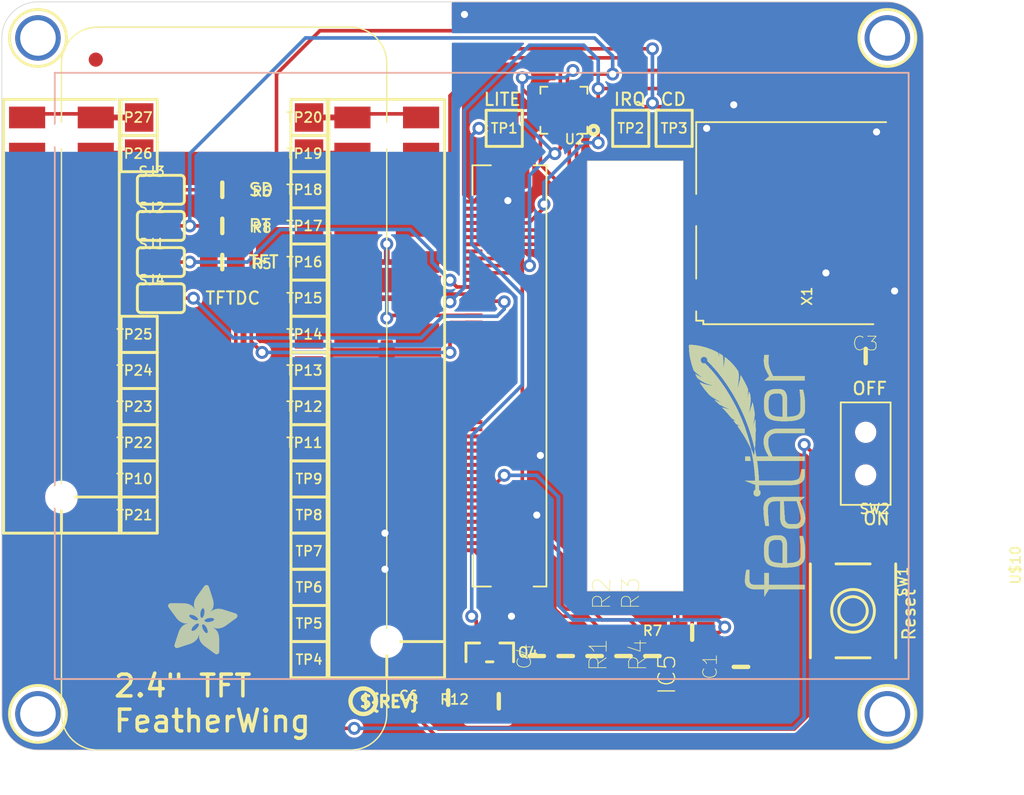
<source format=kicad_pcb>
(kicad_pcb (version 20221018) (generator pcbnew)
  (layers (0 "F.Cu" signal) (1 "In1.Cu" signal) (2 "In2.Cu" signal) (3 "In3.Cu" signal) (4 "In4.Cu" signal) (5 "In5.Cu" signal) (6 "In6.Cu" signal) (7 "In7.Cu" signal) (8 "In8.Cu" signal) (9 "In9.Cu" signal) (10 "In10.Cu" signal) (11 "In11.Cu" signal) (12 "In12.Cu" signal) (13 "In13.Cu" signal) (14 "In14.Cu" signal) (31 "B.Cu" signal) (34 "B.Paste" user) (35 "F.Paste" user) (36 "B.SilkS" user "B.Silkscreen") (37 "F.SilkS" user "F.Silkscreen") (38 "B.Mask" user) (39 "F.Mask" user) (44 "Edge.Cuts" user))
  (net 0 "")
  (net 1 "GND")
  (net 2 "TFT_CS")
  (net 3 "TFT_DC")
  (net 4 "N$1")
  (net 5 "N$2")
  (net 6 "N$3")
  (net 7 "N$4")
  (net 8 "LCD_LITE")
  (net 9 "N$5")
  (net 10 "SD_CS")
  (net 11 "CARDDET")
  (net 12 "3.3V")
  (net 13 "MISO")
  (net 14 "TFT_RST")
  (net 15 "XL")
  (net 16 "XR")
  (net 17 "YU")
  (net 18 "YD")
  (net 19 "RT_INT")
  (net 20 "SCLK")
  (net 21 "MOSI")
  (net 22 "~{RESET}")
  (net 23 "VBAT")
  (net 24 "EN")
  (net 25 "USB")
  (net 26 "N")
  (net 27 "M")
  (net 28 "L")
  (net 29 "H")
  (net 30 "SCL")
  (net 31 "SDA")
  (net 32 "G")
  (net 33 "TX")
  (net 34 "RX")
  (net 35 "F")
  (net 36 "E")
  (net 37 "D")
  (net 38 "C")
  (net 39 "B")
  (net 40 "A")
  (net 41 "AREF")
  (net 42 "RT_CS")
  (net 43 "K")
  (net 44 "J")
  (net 45 "I")
  (footprint "working:0805-NO" (layer "F.Cu") (at 157.7721 124.6886 90)
    (fp_text reference "R2")
    (fp_text value "10")
  )
  (footprint "working:SOT23-WIDE" (layer "F.Cu") (at 150.4061 124.4346)
    (fp_text reference "Q4")
    (fp_text value "BSS138")
  )
  (footprint "working:SOLDERJUMPER_CLOSEDWIRE" (layer "F.Cu") (at 127.2921 99.5426)
    (fp_text reference "SJ4")
    (fp_text value "")
  )
  (footprint "working:TESTPOINT_PAD_2MM" (layer "F.Cu") (at 137.7061 94.4626 180)
    (fp_text reference "TP17")
    (fp_text value "")
  )
  (footprint "working:TESTPOINT_PAD_2MM" (layer "F.Cu") (at 137.7061 109.7026 180)
    (fp_text reference "TP11")
    (fp_text value "")
  )
  (footprint "working:FEATHERWING_SMT2" (layer "F.Cu") (at 143.1671 131.2926 90)
    (fp_text reference "MS2" hide)
    (fp_text value "FEATHERWING_SMTDUAL" hide)
  )
  (footprint "working:0805-NO" (layer "F.Cu") (at 168.0591 125.4506 -90)
    (fp_text reference "C1")
    (fp_text value "0.1uF")
  )
  (footprint "working:0805-NO" (layer "F.Cu") (at 131.6101 97.0026)
    (fp_text reference "R5")
    (fp_text value "100K")
  )
  (footprint "working:FEATHERLOGO_MED" (layer "F.Cu") (at 172.6311 120.6246 90)
    (fp_text reference "U$29" hide)
    (fp_text value "" hide)
  )
  (footprint "working:FIDUCIAL_1MM" (layer "F.Cu") (at 174.7901 130.0226)
    (fp_text reference "FID2" hide)
    (fp_text value "FIDUCIAL\"\"" hide)
  )
  (footprint "working:TESTPOINT_PAD_2MM" (layer "F.Cu") (at 125.7681 89.3826 180)
    (fp_text reference "TP26")
    (fp_text value "")
  )
  (footprint "working:MICROSD" (layer "F.Cu") (at 165.0111 101.3206 90)
    (fp_text reference "X1")
    (fp_text value "MicroSD Holder")
  )
  (footprint "working:FIDUCIAL_1MM" (layer "F.Cu") (at 122.7201 82.7786)
    (fp_text reference "FID1" hide)
    (fp_text value "FIDUCIAL\"\"" hide)
  )
  (footprint "working:TESTPOINT_PAD_2MM" (layer "F.Cu") (at 137.7061 102.0826 180)
    (fp_text reference "TP14")
    (fp_text value "")
  )
  (footprint "working:0805-NO" (layer "F.Cu") (at 131.6101 94.4626)
    (fp_text reference "R8")
    (fp_text value "100K")
  )
  (footprint "working:TESTPOINT_PAD_2MM" (layer "F.Cu") (at 163.3601 87.6046)
    (fp_text reference "TP3")
    (fp_text value "")
  )
  (footprint "working:MOUNTINGHOLE_2.5_PLATED" (layer "F.Cu") (at 178.3461 81.2546)
    (fp_text reference "U$17" hide)
    (fp_text value "MOUNTINGHOLE2.5" hide)
  )
  (footprint "working:TESTPOINT_PAD_2MM" (layer "F.Cu") (at 137.7061 122.4026)
    (fp_text reference "TP5")
    (fp_text value "")
  )
  (footprint "working:ADAFRUIT_5MM" (layer "F.Cu") (at 127.8001 124.5616)
    (fp_text reference "U$30" hide)
    (fp_text value "" hide)
  )
  (footprint "working:TESTPOINT_PAD_2MM" (layer "F.Cu") (at 125.7681 109.7026 180)
    (fp_text reference "TP22")
    (fp_text value "")
  )
  (footprint "working:PCBFEAT-REV-040" (layer "F.Cu") (at 141.5161 127.8636)
    (fp_text reference "U$34" hide)
    (fp_text value "" hide)
  )
  (footprint "working:TESTPOINT_PAD_2MM" (layer "F.Cu") (at 137.7061 99.5426 180)
    (fp_text reference "TP15")
    (fp_text value "")
  )
  (footprint "working:TESTPOINT_PAD_2MM" (layer "F.Cu") (at 125.7681 114.7826 180)
    (fp_text reference "TP21")
    (fp_text value "")
  )
  (footprint "working:TESTPOINT_PAD_2MM" (layer "F.Cu") (at 137.7061 86.8426 180)
    (fp_text reference "TP20")
    (fp_text value "")
  )
  (footprint "working:MOUNTINGHOLE_2.5_PLATED" (layer "F.Cu") (at 118.6561 128.7526)
    (fp_text reference "U$9" hide)
    (fp_text value "MOUNTINGHOLE2.5" hide)
  )
  (footprint "working:TESTPOINT_PAD_2MM" (layer "F.Cu") (at 151.4221 87.6046)
    (fp_text reference "TP1")
    (fp_text value "")
  )
  (footprint "working:SOLDERJUMPER_CLOSEDWIRE" (layer "F.Cu") (at 127.2921 97.0026)
    (fp_text reference "SJ1")
    (fp_text value "")
  )
  (footprint "working:TESTPOINT_PAD_2MM" (layer "F.Cu") (at 137.7061 97.0026 180)
    (fp_text reference "TP16")
    (fp_text value "")
  )
  (footprint "working:0805-NO" (layer "F.Cu") (at 131.6101 91.9226)
    (fp_text reference "R6")
    (fp_text value "100K")
  )
  (footprint "working:SOLDERJUMPER_CLOSEDWIRE" (layer "F.Cu") (at 127.2921 91.9226)
    (fp_text reference "SJ3")
    (fp_text value "")
  )
  (footprint "working:QFN16_3MM" (layer "F.Cu") (at 155.6131 86.3346 180)
    (fp_text reference "U2")
    (fp_text value "STMPE811")
  )
  (footprint "working:TESTPOINT_PAD_2MM" (layer "F.Cu") (at 137.7061 89.3826 180)
    (fp_text reference "TP19")
    (fp_text value "")
  )
  (footprint "working:TESTPOINT_PAD_2MM" (layer "F.Cu") (at 137.7061 104.6226 180)
    (fp_text reference "TP13")
    (fp_text value "")
  )
  (footprint "working:0805-NO" (layer "F.Cu") (at 161.8361 124.6886 90)
    (fp_text reference "R4")
    (fp_text value "10")
  )
  (footprint "working:MOUNTINGHOLE_2.5_PLATED" (layer "F.Cu") (at 178.3461 128.7526)
    (fp_text reference "U$15" hide)
    (fp_text value "MOUNTINGHOLE2.5" hide)
  )
  (footprint "working:TESTPOINT_PAD_2MM" (layer "F.Cu") (at 137.7061 107.1626 180)
    (fp_text reference "TP12")
    (fp_text value "")
  )
  (footprint "working:SOT23" (layer "F.Cu") (at 164.7571 125.5776 90)
    (fp_text reference "IC5")
    (fp_text value "APX803")
  )
  (footprint "working:TESTPOINT_PAD_2MM" (layer "F.Cu") (at 125.7681 102.0826 180)
    (fp_text reference "TP25")
    (fp_text value "")
  )
  (footprint "working:TESTPOINT_PAD_2MM" (layer "F.Cu") (at 137.7061 91.9226 180)
    (fp_text reference "TP18")
    (fp_text value "")
  )
  (footprint "working:TESTPOINT_PAD_2MM" (layer "F.Cu") (at 137.7061 112.2426 180)
    (fp_text reference "TP9")
    (fp_text value "")
  )
  (footprint "working:FIDUCIAL_1MM" (layer "F.Cu") (at 117.8941 124.1806)
    (fp_text reference "FID3" hide)
    (fp_text value "FIDUCIAL\"\"" hide)
  )
  (footprint "working:0805-NO" (layer "F.Cu") (at 147.4851 127.6096 180)
    (fp_text reference "C6")
    (fp_text value "10uF")
  )
  (footprint "working:0805-NO" (layer "F.Cu") (at 153.7081 124.6886 90)
    (fp_text reference "C4")
    (fp_text value "0.1uF")
  )
  (footprint "working:TESTPOINT_PAD_2MM" (layer "F.Cu") (at 137.7061 124.9426)
    (fp_text reference "TP4")
    (fp_text value "")
  )
  (footprint "working:0805-NO" (layer "F.Cu") (at 159.8041 124.6886 90)
    (fp_text reference "R3")
    (fp_text value "10")
  )
  (footprint "working:TESTPOINT_PAD_2MM" (layer "F.Cu") (at 125.7681 107.1626 180)
    (fp_text reference "TP23")
    (fp_text value "")
  )
  (footprint "working:TESTPOINT_PAD_2MM" (layer "F.Cu") (at 137.7061 119.8626)
    (fp_text reference "TP6")
    (fp_text value "")
  )
  (footprint "working:0805-NO" (layer "F.Cu") (at 155.7401 124.6886 90)
    (fp_text reference "R1")
    (fp_text value "10")
  )
  (footprint "working:EVQ-Q2_SMALLER" (layer "F.Cu") (at 175.9331 121.5136 -90)
    (fp_text reference "SW1")
    (fp_text value "EVQQ2")
  )
  (footprint "working:0805-NO" (layer "F.Cu") (at 151.0411 127.8636 180)
    (fp_text reference "R12")
    (fp_text value "3.9K")
  )
  (footprint "working:TESTPOINT_PAD_2MM" (layer "F.Cu") (at 125.7681 112.2426 180)
    (fp_text reference "TP10")
    (fp_text value "")
  )
  (footprint "working:MOUNTINGHOLE_2.5_PLATED" (layer "F.Cu") (at 118.6561 81.2546)
    (fp_text reference "U$11" hide)
    (fp_text value "MOUNTINGHOLE2.5" hide)
  )
  (footprint "working:0805-NO" (layer "F.Cu") (at 164.6301 123.0376 180)
    (fp_text reference "R7")
    (fp_text value "10K")
  )
  (footprint "working:TESTPOINT_PAD_2MM" (layer "F.Cu") (at 125.7681 86.8426 180)
    (fp_text reference "TP27")
    (fp_text value "")
  )
  (footprint "working:TESTPOINT_PAD_2MM" (layer "F.Cu") (at 137.7061 117.3226 180)
    (fp_text reference "TP7")
    (fp_text value "")
  )
  (footprint "working:0805-NO" (layer "F.Cu") (at 176.8221 103.6066)
    (fp_text reference "C3")
    (fp_text value "10uF")
  )
  (footprint "working:EG1390" (layer "F.Cu") (at 176.8221 110.4646 90)
    (fp_text reference "SW2")
    (fp_text value "Slide Switch")
  )
  (footprint "working:TESTPOINT_PAD_2MM" (layer "F.Cu") (at 160.3121 87.6046)
    (fp_text reference "TP2")
    (fp_text value "")
  )
  (footprint "working:TESTPOINT_PAD_2MM" (layer "F.Cu") (at 125.7681 104.6226 180)
    (fp_text reference "TP24")
    (fp_text value "")
  )
  (footprint "working:TESTPOINT_PAD_2MM" (layer "F.Cu") (at 137.7061 114.7826 180)
    (fp_text reference "TP8")
    (fp_text value "")
  )
  (footprint "working:SOLDERJUMPER_CLOSEDWIRE" (layer "F.Cu") (at 127.2921 94.4626)
    (fp_text reference "SJ2")
    (fp_text value "")
  )
  (footprint "working:TFT_2.4IN_240X320_50PIN" (layer "B.Cu") (at 177.8381 105.0036 -90)
    (fp_text reference "U$10")
    (fp_text value "DISP_LCD_240X320_50PIN-2.4IN")
  )
  (gr_line (start 163.9951 120.1166) (end 157.2641 120.1166) (stroke (width 0.05)) (layer "Edge.Cuts"))
  (gr_line (start 163.9951 89.8906) (end 163.9951 120.1166) (stroke (width 0.05)) (layer "Edge.Cuts"))
  (gr_arc (start 178.3461 78.7146) (mid 180.142151 79.458549) (end 180.8861 81.2546) (stroke (width 0.05)) (layer "Edge.Cuts"))
  (gr_arc (start 118.6561 131.2926) (mid 116.860049 130.548651) (end 116.1161 128.7526) (stroke (width 0.05)) (layer "Edge.Cuts"))
  (gr_line (start 180.8861 81.2546) (end 180.8861 128.7526) (stroke (width 0.05)) (layer "Edge.Cuts"))
  (gr_line (start 178.3461 131.2926) (end 118.6561 131.2926) (stroke (width 0.05)) (layer "Edge.Cuts"))
  (gr_line (start 157.2641 89.8906) (end 163.9951 89.8906) (stroke (width 0.05)) (layer "Edge.Cuts"))
  (gr_line (start 157.2641 120.1166) (end 157.2641 89.8906) (stroke (width 0.05)) (layer "Edge.Cuts"))
  (gr_arc (start 180.8861 128.7526) (mid 180.142151 130.548651) (end 178.3461 131.2926) (stroke (width 0.05)) (layer "Edge.Cuts"))
  (gr_line (start 118.6561 78.7146) (end 178.3461 78.7146) (stroke (width 0.05)) (layer "Edge.Cuts"))
  (gr_arc (start 116.1161 81.2546) (mid 116.860049 79.458549) (end 118.6561 78.7146) (stroke (width 0.05)) (layer "Edge.Cuts"))
  (gr_line (start 116.1161 128.7526) (end 116.1161 81.2546) (stroke (width 0.05)) (layer "Edge.Cuts"))
  (gr_text "ON" (at 176.5681 115.5446) (layer "F.SilkS") (effects (font (size 0.87376 0.87376) (thickness 0.14224)) (justify left bottom)))
  (gr_text "TFTDC" (at 130.3401 100.0506) (layer "F.SilkS") (effects (font (size 0.87376 0.87376) (thickness 0.14224)) (justify left bottom)))
  (gr_text "TFT" (at 133.3881 97.5106) (layer "F.SilkS") (effects (font (size 0.87376 0.87376) (thickness 0.14224)) (justify left bottom)))
  (gr_text "LITE" (at 149.8981 86.0806) (layer "F.SilkS") (effects (font (size 0.87376 0.87376) (thickness 0.14224)) (justify left bottom)))
  (gr_text "OFF" (at 175.8061 106.4006) (layer "F.SilkS") (effects (font (size 0.87376 0.87376) (thickness 0.14224)) (justify left bottom)))
  (gr_text "SD" (at 133.3881 92.4306) (layer "F.SilkS") (effects (font (size 0.87376 0.87376) (thickness 0.14224)) (justify left bottom)))
  (gr_text "CD" (at 162.3441 86.0806) (layer "F.SilkS") (effects (font (size 0.87376 0.87376) (thickness 0.14224)) (justify left bottom)))
  (gr_text "RT" (at 133.3881 94.9706) (layer "F.SilkS") (effects (font (size 0.87376 0.87376) (thickness 0.14224)) (justify left bottom)))
  (gr_text "IRQ" (at 159.0421 86.0806) (layer "F.SilkS") (effects (font (size 0.87376 0.87376) (thickness 0.14224)) (justify left bottom)))
  (gr_text "2.4\" TFT\nFeatherWing" (at 123.8631 130.1496) (layer "F.SilkS") (effects (font (size 1.52908 1.52908) (thickness 0.24892)) (justify left bottom)))
  (gr_text "Reset" (at 180.3781 123.6726 90) (layer "F.SilkS") (effects (font (size 0.87376 0.87376) (thickness 0.14224)) (justify left bottom)))
  (segment (start 141.0081 117.3226) (end 145.3261 117.3226) (width 0.4064) (layer "F.Cu") (net 1))
  (segment (start 168.0591 126.4006) (end 165.9841 126.4006) (width 0.254) (layer "F.Cu") (net 1))
  (segment (start 165.9841 126.4006) (end 165.8571 126.5276) (width 0.254) (layer "F.Cu") (net 1))
  (via (at 151.9301 121.8946) (size 0.9064) (drill 0.5) (layers "F.Cu" "B.Cu") (net 1))
  (via (at 143.0401 118.5926) (size 0.9064) (drill 0.5) (layers "F.Cu" "B.Cu") (net 1))
  (via (at 148.6281 79.6036) (size 0.9064) (drill 0.5) (layers "F.Cu" "B.Cu") (net 1))
  (via (at 174.0281 97.7646) (size 0.9064) (drill 0.5) (layers "F.Cu" "B.Cu") (net 1))
  (via (at 153.9621 110.5916) (size 0.9064) (drill 0.5) (layers "F.Cu" "B.Cu") (net 1))
  (via (at 178.8541 99.0346) (size 0.9064) (drill 0.5) (layers "F.Cu" "B.Cu") (net 1))
  (via (at 177.5841 87.8586) (size 0.9064) (drill 0.5) (layers "F.Cu" "B.Cu") (net 1))
  (via (at 143.0401 116.0526) (size 0.9064) (drill 0.5) (layers "F.Cu" "B.Cu") (net 1))
  (via (at 165.6461 87.6046) (size 0.9064) (drill 0.5) (layers "F.Cu" "B.Cu") (net 1))
  (via (at 167.5511 85.9536) (size 0.9064) (drill 0.5) (layers "F.Cu" "B.Cu") (net 1))
  (via (at 153.7081 114.7826) (size 0.9064) (drill 0.5) (layers "F.Cu" "B.Cu") (net 1))
  (via (at 151.6761 92.6846) (size 0.9064) (drill 0.5) (layers "F.Cu" "B.Cu") (net 1))
  (segment (start 148.0931 98.7536) (end 147.6121 98.2726) (width 0.254) (layer "F.Cu") (net 2))
  (segment (start 128.0541 97.0026) (end 129.3241 97.0026) (width 0.254) (layer "F.Cu") (net 2))
  (segment (start 129.3241 97.0026) (end 130.6601 97.0026) (width 0.254) (layer "F.Cu") (net 2))
  (segment (start 149.2871 98.7536) (end 148.0931 98.7536) (width 0.254) (layer "F.Cu") (net 2))
  (via (at 129.3241 97.0026) (size 0.9064) (drill 0.5) (layers "F.Cu" "B.Cu") (net 2))
  (via (at 147.6121 98.2726) (size 0.9064) (drill 0.5) (layers "F.Cu" "B.Cu") (net 2))
  (segment (start 146.3421 96.2406) (end 146.3421 97.0026) (width 0.254) (layer "B.Cu") (net 2))
  (segment (start 144.8181 94.7166) (end 146.3421 96.2406) (width 0.254) (layer "B.Cu") (net 2))
  (segment (start 146.3421 97.0026) (end 147.6121 98.2726) (width 0.254) (layer "B.Cu") (net 2))
  (segment (start 133.3881 97.0026) (end 135.6741 94.7166) (width 0.254) (layer "B.Cu") (net 2))
  (segment (start 129.3241 97.0026) (end 133.3881 97.0026) (width 0.254) (layer "B.Cu") (net 2))
  (segment (start 135.6741 94.7166) (end 144.8181 94.7166) (width 0.254) (layer "B.Cu") (net 2))
  (segment (start 128.0541 99.5426) (end 129.5781 99.5426) (width 0.254) (layer "F.Cu") (net 3))
  (segment (start 151.3791 99.7536) (end 149.2871 99.7536) (width 0.254) (layer "F.Cu") (net 3))
  (segment (start 151.4221 99.7966) (end 151.3791 99.7536) (width 0.254) (layer "F.Cu") (net 3))
  (via (at 129.5781 99.5426) (size 0.9064) (drill 0.5) (layers "F.Cu" "B.Cu") (net 3))
  (via (at 151.4221 99.7966) (size 0.9064) (drill 0.5) (layers "F.Cu" "B.Cu") (net 3))
  (segment (start 150.9141 100.8126) (end 151.4221 100.3046) (width 0.254) (layer "B.Cu") (net 3))
  (segment (start 147.1041 100.8126) (end 150.9141 100.8126) (width 0.254) (layer "B.Cu") (net 3))
  (segment (start 129.5781 99.5426) (end 132.3721 102.3366) (width 0.254) (layer "B.Cu") (net 3))
  (segment (start 151.4221 100.3046) (end 151.4221 99.7966) (width 0.254) (layer "B.Cu") (net 3))
  (segment (start 132.3721 102.3366) (end 145.5801 102.3366) (width 0.254) (layer "B.Cu") (net 3))
  (segment (start 145.5801 102.3366) (end 147.1041 100.8126) (width 0.254) (layer "B.Cu") (net 3))
  (segment (start 149.2871 115.2536) (end 150.8771 115.2536) (width 0.254) (layer "F.Cu") (net 4))
  (segment (start 155.4861 121.1326) (end 155.7401 121.3866) (width 0.254) (layer "F.Cu") (net 4))
  (segment (start 155.7401 121.3866) (end 157.5181 121.3866) (width 0.254) (layer "F.Cu") (net 4))
  (segment (start 157.5181 121.3866) (end 158.2801 122.1486) (width 0.254) (layer "F.Cu") (net 4))
  (segment (start 155.4861 117.5766) (end 155.4861 121.1326) (width 0.254) (layer "F.Cu") (net 4))
  (segment (start 153.9621 116.0526) (end 155.4861 117.5766) (width 0.254) (layer "F.Cu") (net 4))
  (segment (start 158.2801 122.1486) (end 160.2461 122.1486) (width 0.254) (layer "F.Cu") (net 4))
  (segment (start 160.2461 122.1486) (end 161.8361 123.7386) (width 0.254) (layer "F.Cu") (net 4))
  (segment (start 150.8771 115.2536) (end 151.6761 116.0526) (width 0.254) (layer "F.Cu") (net 4))
  (segment (start 151.6761 116.0526) (end 153.9621 116.0526) (width 0.254) (layer "F.Cu") (net 4))
  (segment (start 153.9621 118.3386) (end 153.9621 122.1486) (width 0.254) (layer "F.Cu") (net 5))
  (segment (start 155.5521 123.7386) (end 155.7401 123.7386) (width 0.254) (layer "F.Cu") (net 5))
  (segment (start 149.2871 116.7536) (end 150.0911 116.7536) (width 0.254) (layer "F.Cu") (net 5))
  (segment (start 153.9621 122.1486) (end 155.5521 123.7386) (width 0.254) (layer "F.Cu") (net 5))
  (segment (start 153.2001 117.5766) (end 153.9621 118.3386) (width 0.254) (layer "F.Cu") (net 5))
  (segment (start 150.9141 117.5766) (end 153.2001 117.5766) (width 0.254) (layer "F.Cu") (net 5))
  (segment (start 150.0911 116.7536) (end 150.9141 117.5766) (width 0.254) (layer "F.Cu") (net 5))
  (segment (start 149.2871 116.2536) (end 150.3531 116.2536) (width 0.254) (layer "F.Cu") (net 6))
  (segment (start 155.2321 122.4026) (end 157.0101 122.4026) (width 0.254) (layer "F.Cu") (net 6))
  (segment (start 157.0101 122.4026) (end 157.5181 122.9106) (width 0.254) (layer "F.Cu") (net 6))
  (segment (start 153.4541 117.0686) (end 154.4701 118.0846) (width 0.254) (layer "F.Cu") (net 6))
  (segment (start 157.5181 123.4846) (end 157.7721 123.7386) (width 0.254) (layer "F.Cu") (net 6))
  (segment (start 154.4701 118.0846) (end 154.4701 121.6406) (width 0.254) (layer "F.Cu") (net 6))
  (segment (start 154.4701 121.6406) (end 155.2321 122.4026) (width 0.254) (layer "F.Cu") (net 6))
  (segment (start 151.1681 117.0686) (end 153.4541 117.0686) (width 0.254) (layer "F.Cu") (net 6))
  (segment (start 157.5181 122.9106) (end 157.5181 123.4846) (width 0.254) (layer "F.Cu") (net 6))
  (segment (start 150.3531 116.2536) (end 151.1681 117.0686) (width 0.254) (layer "F.Cu") (net 6))
  (segment (start 150.6151 115.7536) (end 151.4221 116.5606) (width 0.254) (layer "F.Cu") (net 7))
  (segment (start 157.2641 121.8946) (end 158.0261 122.6566) (width 0.254) (layer "F.Cu") (net 7))
  (segment (start 159.8041 123.1646) (end 159.8041 123.7386) (width 0.254) (layer "F.Cu") (net 7))
  (segment (start 154.9781 117.8306) (end 154.9781 121.3866) (width 0.254) (layer "F.Cu") (net 7))
  (segment (start 151.4221 116.5606) (end 153.7081 116.5606) (width 0.254) (layer "F.Cu") (net 7))
  (segment (start 154.9781 121.3866) (end 155.4861 121.8946) (width 0.254) (layer "F.Cu") (net 7))
  (segment (start 159.2961 122.6566) (end 159.8041 123.1646) (width 0.254) (layer "F.Cu") (net 7))
  (segment (start 158.0261 122.6566) (end 159.2961 122.6566) (width 0.254) (layer "F.Cu") (net 7))
  (segment (start 153.7081 116.5606) (end 154.9781 117.8306) (width 0.254) (layer "F.Cu") (net 7))
  (segment (start 149.2871 115.7536) (end 150.6151 115.7536) (width 0.254) (layer "F.Cu") (net 7))
  (segment (start 155.4861 121.8946) (end 157.2641 121.8946) (width 0.254) (layer "F.Cu") (net 7))
  (segment (start 152.4421 86.5846) (end 151.4221 87.6046) (width 0.254) (layer "F.Cu") (net 8))
  (segment (start 149.6441 87.6046) (end 151.4221 87.6046) (width 0.254) (layer "F.Cu") (net 8))
  (segment (start 149.4561 125.4346) (end 150.0911 126.0696) (width 0.254) (layer "F.Cu") (net 8))
  (segment (start 149.4561 125.4346) (end 149.4561 122.2146) (width 0.254) (layer "F.Cu") (net 8))
  (segment (start 154.1131 86.5846) (end 152.4421 86.5846) (width 0.254) (layer "F.Cu") (net 8))
  (segment (start 150.0911 126.0696) (end 150.0911 127.8636) (width 0.254) (layer "F.Cu") (net 8))
  (segment (start 149.4561 122.2146) (end 149.1361 121.8946) (width 0.254) (layer "F.Cu") (net 8))
  (via (at 149.6441 87.6046) (size 0.9064) (drill 0.5) (layers "F.Cu" "B.Cu") (net 8))
  (via (at 149.1361 121.8946) (size 0.9064) (drill 0.5) (layers "F.Cu" "B.Cu") (net 8))
  (segment (start 149.1361 88.1126) (end 149.6441 87.6046) (width 0.254) (layer "B.Cu") (net 8))
  (segment (start 149.1361 109.1946) (end 149.1361 121.8946) (width 0.254) (layer "B.Cu") (net 8))
  (segment (start 152.6921 99.2886) (end 152.6921 105.6386) (width 0.254) (layer "B.Cu") (net 8))
  (segment (start 149.1361 95.7326) (end 152.6921 99.2886) (width 0.254) (layer "B.Cu") (net 8))
  (segment (start 152.6921 105.6386) (end 149.1361 109.1946) (width 0.254) (layer "B.Cu") (net 8))
  (segment (start 149.1361 88.1126) (end 149.1361 95.7326) (width 0.254) (layer "B.Cu") (net 8))
  (segment (start 149.2871 117.2536) (end 150.1521 118.1186) (width 0.254) (layer "F.Cu") (net 9))
  (segment (start 150.1521 122.9106) (end 150.4061 123.1646) (width 0.254) (layer "F.Cu") (net 9))
  (segment (start 150.4061 123.1646) (end 150.4061 123.4346) (width 0.254) (layer "F.Cu") (net 9))
  (segment (start 150.1521 118.1186) (end 150.1521 122.9106) (width 0.254) (layer "F.Cu") (net 9))
  (segment (start 173.7741 92.9386) (end 173.7741 86.9086) (width 0.254) (layer "F.Cu") (net 10))
  (segment (start 173.7741 86.9086) (end 167.6121 80.7466) (width 0.254) (layer "F.Cu") (net 10))
  (segment (start 135.4201 90.0176) (end 135.4201 83.7946) (width 0.254) (layer "F.Cu") (net 10))
  (segment (start 128.0541 91.9226) (end 130.6601 91.9226) (width 0.254) (layer "F.Cu") (net 10))
  (segment (start 138.4681 80.7466) (end 167.6121 80.7466) (width 0.254) (layer "F.Cu") (net 10))
  (segment (start 130.6601 90.9676) (end 131.3561 90.2716) (width 0.254) (layer "F.Cu") (net 10))
  (segment (start 135.4201 83.7946) (end 138.4681 80.7466) (width 0.254) (layer "F.Cu") (net 10))
  (segment (start 135.1661 90.2716) (end 135.4201 90.0176) (width 0.254) (layer "F.Cu") (net 10))
  (segment (start 174.2561 93.4206) (end 173.7741 92.9386) (width 0.254) (layer "F.Cu") (net 10))
  (segment (start 130.6601 91.9226) (end 130.6601 90.9676) (width 0.254) (layer "F.Cu") (net 10))
  (segment (start 131.3561 90.2716) (end 135.1661 90.2716) (width 0.254) (layer "F.Cu") (net 10))
  (segment (start 175.2511 93.4206) (end 174.2561 93.4206) (width 0.254) (layer "F.Cu") (net 10))
  (segment (start 165.4511 93.3206) (end 165.4511 89.6956) (width 0.254) (layer "F.Cu") (net 11))
  (segment (start 165.4511 89.6956) (end 163.3601 87.6046) (width 0.254) (layer "F.Cu") (net 11))
  (segment (start 149.2871 97.2536) (end 152.6921 97.2536) (width 0.254) (layer "F.Cu") (net 12))
  (segment (start 168.0591 122.0216) (end 167.4241 121.3866) (width 0.254) (layer "F.Cu") (net 12))
  (segment (start 159.8041 125.6386) (end 161.8361 125.6386) (width 0.254) (layer "F.Cu") (net 12))
  (segment (start 144.6911 122.1486) (end 144.9451 122.4026) (width 0.254) (layer "F.Cu") (net 12))
  (segment (start 145.5801 122.4026) (end 148.1201 122.4026) (width 0.254) (layer "F.Cu") (net 12))
  (segment (start 141.0081 122.1486) (end 144.6911 122.1486) (width 0.254) (layer "F.Cu") (net 12))
  (segment (start 177.8381 95.9866) (end 177.8381 98.5266) (width 0.254) (layer "F.Cu") (net 12))
  (segment (start 151.9911 127.3556) (end 151.9911 127.8636) (width 0.254) (layer "F.Cu") (net 12))
  (segment (start 168.0591 124.5006) (end 168.0591 122.0216) (width 0.254) (layer "F.Cu") (net 12))
  (segment (start 152.6921 113.2536) (end 152.6921 97.7646) (width 0.254) (layer "F.Cu") (net 12))
  (segment (start 148.4351 127.6096) (end 148.4351 128.8136) (width 0.254) (layer "F.Cu") (net 12))
  (segment (start 152.1841 128.0566) (end 151.9911 127.8636) (width 0.254) (layer "F.Cu") (net 12))
  (segment (start 137.7061 122.4026) (end 140.7541 122.4026) (width 0.254) (layer "F.Cu") (net 12))
  (segment (start 155.3631 88.9976) (end 154.9781 89.3826) (width 0.254) (layer "F.Cu") (net 12))
  (segment (start 149.2871 113.2536) (end 152.6921 113.2536) (width 0.254) (layer "F.Cu") (net 12))
  (segment (start 148.3951 114.2536) (end 148.1201 114.5286) (width 0.254) (layer "F.Cu") (net 12))
  (segment (start 153.4421 85.5846) (end 154.1131 85.5846) (width 0.254) (layer "F.Cu") (net 12))
  (segment (start 136.9441 122.4026) (end 132.5601 118.0186) (width 0.254) (layer "F.Cu") (net 12))
  (segment (start 176.0511 95.6206) (end 177.4721 95.6206) (width 0.254) (layer "F.Cu") (net 12))
  (segment (start 163.6571 125.5776) (end 163.6571 123.0606) (width 0.254) (layer "F.Cu") (net 12))
  (segment (start 155.7401 125.6386) (end 157.7721 125.6386) (width 0.254) (layer "F.Cu") (net 12))
  (segment (start 152.6921 97.2566) (end 152.6921 97.7646) (width 0.254) (layer "F.Cu") (net 12))
  (segment (start 152.6921 113.2536) (end 152.6921 113.7536) (width 0.254) (layer "F.Cu") (net 12))
  (segment (start 153.7081 125.6386) (end 155.7401 125.6386) (width 0.254) (layer "F.Cu") (net 12))
  (segment (start 176.8221 101.8286) (end 175.8061 102.8446) (width 0.254) (layer "F.Cu") (net 12))
  (segment (start 153.4421 85.5846) (end 152.6921 84.8346) (width 0.254) (layer "F.Cu") (net 12))
  (segment (start 161.8361 125.6386) (end 163.5961 125.6386) (width 0.254) (layer "F.Cu") (net 12))
  (segment (start 167.4241 107.9246) (end 167.4241 121.3866) (width 0.254) (layer "F.Cu") (net 12))
  (segment (start 175.8721 103.6066) (end 171.7421 103.6066) (width 0.254) (layer "F.Cu") (net 12))
  (segment (start 177.4721 95.6206) (end 177.8381 95.9866) (width 0.254) (layer "F.Cu") (net 12))
  (segment (start 152.6921 96.7536) (end 152.6921 97.2536) (width 0.254) (layer "F.Cu") (net 12))
  (segment (start 163.6141 121.6406) (end 163.6141 122.9716) (width 0.254) (layer "F.Cu") (net 12))
  (segment (start 152.6921 97.2536) (end 152.6921 97.2566) (width 0.254) (layer "F.Cu") (net 12))
  (segment (start 132.5601 118.0186) (end 132.5601 97.0026) (width 0.254) (layer "F.Cu") (net 12))
  (segment (start 175.8061 103.5406) (end 175.8721 103.6066) (width 0.254) (layer "F.Cu") (net 12))
  (segment (start 149.2871 114.2536) (end 152.6921 114.2536) (width 0.254) (layer "F.Cu") (net 12))
  (segment (start 177.8381 98.5266) (end 176.8221 99.5426) (width 0.254) (layer "F.Cu") (net 12))
  (segment (start 148.4351 128.8136) (end 148.8821 129.2606) (width 0.254) (layer "F.Cu") (net 12))
  (segment (start 149.2871 113.7536) (end 152.6921 113.7536) (width 0.254) (layer "F.Cu") (net 12))
  (segment (start 152.6921 84.8346) (end 152.6921 84.0486) (width 0.254) (layer "F.Cu") (net 12))
  (segment (start 132.5601 94.4626) (end 132.5601 97.0026) (width 0.254) (layer "F.Cu") (net 12))
  (segment (start 153.7081 125.6386) (end 151.9911 127.3556) (width 0.254) (layer "F.Cu") (net 12))
  (segment (start 155.8631 84.8346) (end 155.8631 83.9256) (width 0.254) (layer "F.Cu") (net 12))
  (segment (start 151.6761 129.2606) (end 152.1841 128.7526) (width 0.254) (layer "F.Cu") (net 12))
  (segment (start 155.3631 87.8346) (end 155.3631 88.9976) (width 0.254) (layer "F.Cu") (net 12))
  (segment (start 163.6141 122.9716) (end 163.6801 123.0376) (width 0.254) (layer "F.Cu") (net 12))
  (segment (start 140.7541 122.4026) (end 141.0081 122.1486) (width 0.254) (layer "F.Cu") (net 12))
  (segment (start 163.5961 125.6386) (end 163.6571 125.5776) (width 0.254) (layer "F.Cu") (net 12))
  (segment (start 152.1841 128.7526) (end 152.1841 128.0566) (width 0.254) (layer "F.Cu") (net 12))
  (segment (start 167.4241 121.3866) (end 163.8681 121.3866) (width 0.254) (layer "F.Cu") (net 12))
  (segment (start 149.2871 96.7536) (end 152.6921 96.7536) (width 0.254) (layer "F.Cu") (net 12))
  (segment (start 132.5601 91.9226) (end 132.5601 94.4626) (width 0.254) (layer "F.Cu") (net 12))
  (segment (start 163.8681 121.3866) (end 163.6141 121.6406) (width 0.254) (layer "F.Cu") (net 12))
  (segment (start 155.8631 83.9256) (end 156.2481 83.5406) (width 0.254) (layer "F.Cu") (net 12))
  (segment (start 175.8061 102.8446) (end 175.8061 103.5406) (width 0.254) (layer "F.Cu") (net 12))
  (segment (start 144.9451 122.4026) (end 145.5801 122.4026) (width 0.254) (layer "F.Cu") (net 12))
  (segment (start 148.8821 129.2606) (end 151.6761 129.2606) (width 0.254) (layer "F.Cu") (net 12))
  (segment (start 152.6921 97.2566) (end 153.2001 97.2566) (width 0.254) (layer "F.Cu") (net 12))
  (segment (start 152.6921 97.7646) (end 149.2871 97.7646) (width 0.254) (layer "F.Cu") (net 12))
  (segment (start 149.2871 97.7646) (end 149.2871 97.7536) (width 0.254) (layer "F.Cu") (net 12))
  (segment (start 148.1201 122.4026) (end 148.1201 127.2946) (width 0.254) (layer "F.Cu") (net 12))
  (segment (start 151.8691 127.8636) (end 151.9911 127.8636) (width 0.254) (layer "F.Cu") (net 12))
  (segment (start 136.9441 122.4026) (end 137.1981 122.4026) (width 0.254) (layer "F.Cu") (net 12))
  (segment (start 176.8221 99.5426) (end 176.8221 101.8286) (width 0.254) (layer "F.Cu") (net 12))
  (segment (start 148.1201 114.5286) (end 148.1201 122.4026) (width 0.254) (layer "F.Cu") (net 12))
  (segment (start 152.6921 113.7536) (end 152.6921 114.2536) (width 0.254) (layer "F.Cu") (net 12))
  (segment (start 149.2871 114.2536) (end 148.3951 114.2536) (width 0.254) (layer "F.Cu") (net 12))
  (segment (start 157.7721 125.6386) (end 159.8041 125.6386) (width 0.254) (layer "F.Cu") (net 12))
  (segment (start 148.1201 127.2946) (end 148.4351 127.6096) (width 0.254) (layer "F.Cu") (net 12))
  (segment (start 151.6761 128.0566) (end 151.8691 127.8636) (width 0.254) (layer "F.Cu") (net 12))
  (segment (start 163.6571 123.0606) (end 163.6801 123.0376) (width 0.254) (layer "F.Cu") (net 12))
  (segment (start 171.7421 103.6066) (end 167.4241 107.9246) (width 0.254) (layer "F.Cu") (net 12))
  (segment (start 137.7061 122.4026) (end 137.1981 122.4026) (width 0.4064) (layer "F.Cu") (net 12))
  (via (at 156.2481 83.5406) (size 0.9064) (drill 0.5) (layers "F.Cu" "B.Cu") (net 12))
  (via (at 152.6921 84.0486) (size 0.9064) (drill 0.5) (layers "F.Cu" "B.Cu") (net 12))
  (via (at 153.2001 97.2566) (size 0.9064) (drill 0.5) (layers "F.Cu" "B.Cu") (net 12))
  (via (at 154.9781 89.3826) (size 0.9064) (drill 0.5) (layers "F.Cu" "B.Cu") (net 12))
  (segment (start 154.7241 89.3826) (end 154.9781 89.3826) (width 0.254) (layer "B.Cu") (net 12))
  (segment (start 152.6921 87.0966) (end 152.6921 84.0486) (width 0.254) (layer "B.Cu") (net 12))
  (segment (start 153.2001 90.9066) (end 154.7241 89.3826) (width 0.254) (layer "B.Cu") (net 12))
  (segment (start 153.2001 97.2566) (end 153.2001 90.9066) (width 0.254) (layer "B.Cu") (net 12))
  (segment (start 155.7401 84.0486) (end 152.6921 84.0486) (width 0.254) (layer "B.Cu") (net 12))
  (segment (start 154.9781 89.3826) (end 152.6921 87.0966) (width 0.254) (layer "B.Cu") (net 12))
  (segment (start 156.2481 83.5406) (end 155.7401 84.0486) (width 0.254) (layer "B.Cu") (net 12))
  (segment (start 147.6791 101.2536) (end 147.6121 101.3206) (width 0.254) (layer "F.Cu") (net 13))
  (segment (start 150.9141 82.0166) (end 161.8361 82.0166) (width 0.254) (layer "F.Cu") (net 13))
  (segment (start 145.3261 94.4626) (end 147.1041 94.4626) (width 0.254) (layer "F.Cu") (net 13))
  (segment (start 147.6121 93.9546) (end 147.6121 85.3186) (width 0.254) (layer "F.Cu") (net 13))
  (segment (start 141.0081 94.4626) (end 145.3261 94.4626) (width 0.4064) (layer "F.Cu") (net 13))
  (segment (start 167.4241 97.2566) (end 168.9481 98.7806) (width 0.254) (layer "F.Cu") (net 13))
  (segment (start 175.5111 98.7806) (end 175.6511 98.9206) (width 0.254) (layer "F.Cu") (net 13))
  (segment (start 138.2141 94.4626) (end 137.7061 94.4626) (width 0.4064) (layer "F.Cu") (net 13))
  (segment (start 149.2871 101.2536) (end 147.6791 101.2536) (width 0.254) (layer "F.Cu") (net 13))
  (segment (start 137.9601 94.2086) (end 138.2141 94.4626) (width 0.254) (layer "F.Cu") (net 13))
  (segment (start 147.1041 94.4626) (end 147.6121 93.9546) (width 0.254) (layer "F.Cu") (net 13))
  (segment (start 134.4041 103.3526) (end 133.6421 102.5906) (width 0.254) (layer "F.Cu") (net 13))
  (segment (start 168.9481 98.7806) (end 175.5111 98.7806) (width 0.254) (layer "F.Cu") (net 13))
  (segment (start 157.1131 86.0846) (end 161.8361 86.0846) (width 0.254) (layer "F.Cu") (net 13))
  (segment (start 147.6121 101.3206) (end 147.6121 103.3526) (width 0.254) (layer "F.Cu") (net 13))
  (segment (start 167.4241 87.6046) (end 165.9041 86.0846) (width 0.254) (layer "F.Cu") (net 13))
  (segment (start 134.9121 94.2086) (end 137.9601 94.2086) (width 0.254) (layer "F.Cu") (net 13))
  (segment (start 133.6421 102.5906) (end 133.6421 95.4786) (width 0.254) (layer "F.Cu") (net 13))
  (segment (start 161.8361 85.8266) (end 161.8361 86.0846) (width 0.254) (layer "F.Cu") (net 13))
  (segment (start 138.2141 94.4626) (end 141.0081 94.4626) (width 0.4064) (layer "F.Cu") (net 13))
  (segment (start 133.6421 95.4786) (end 134.9121 94.2086) (width 0.254) (layer "F.Cu") (net 13))
  (segment (start 136.9441 94.4626) (end 137.7061 94.4626) (width 0.254) (layer "F.Cu") (net 13))
  (segment (start 167.4241 87.6046) (end 167.4241 97.2566) (width 0.254) (layer "F.Cu") (net 13))
  (segment (start 147.6121 85.3186) (end 150.9141 82.0166) (width 0.254) (layer "F.Cu") (net 13))
  (segment (start 165.9041 86.0846) (end 161.8361 86.0846) (width 0.254) (layer "F.Cu") (net 13))
  (via (at 147.6121 103.3526) (size 0.9064) (drill 0.5) (layers "F.Cu" "B.Cu") (net 13))
  (via (at 134.4041 103.3526) (size 0.9064) (drill 0.5) (layers "F.Cu" "B.Cu") (net 13))
  (via (at 161.8361 82.0166) (size 0.9064) (drill 0.5) (layers "F.Cu" "B.Cu") (net 13))
  (via (at 161.8361 85.8266) (size 0.9064) (drill 0.5) (layers "F.Cu" "B.Cu") (net 13))
  (segment (start 134.4041 103.3526) (end 147.6121 103.3526) (width 0.254) (layer "B.Cu") (net 13))
  (segment (start 161.8361 82.0166) (end 161.8361 85.8266) (width 0.254) (layer "B.Cu") (net 13))
  (segment (start 166.5351 123.0376) (end 165.5801 123.0376) (width 0.254) (layer "F.Cu") (net 14))
  (segment (start 150.6571 112.7536) (end 151.4221 111.9886) (width 0.254) (layer "F.Cu") (net 14))
  (segment (start 165.8571 123.3146) (end 165.5801 123.0376) (width 0.254) (layer "F.Cu") (net 14))
  (segment (start 166.9161 122.6566) (end 166.5351 123.0376) (width 0.254) (layer "F.Cu") (net 14))
  (segment (start 165.8571 124.6276) (end 165.8571 123.3146) (width 0.254) (layer "F.Cu") (net 14))
  (segment (start 149.2871 112.7536) (end 150.6571 112.7536) (width 0.254) (layer "F.Cu") (net 14))
  (via (at 166.9161 122.6566) (size 0.9064) (drill 0.5) (layers "F.Cu" "B.Cu") (net 14))
  (via (at 151.4221 111.9886) (size 0.9064) (drill 0.5) (layers "F.Cu" "B.Cu") (net 14))
  (segment (start 166.4081 122.1486) (end 166.9161 122.6566) (width 0.254) (layer "B.Cu") (net 14))
  (segment (start 153.7081 111.9886) (end 155.2321 113.5126) (width 0.254) (layer "B.Cu") (net 14))
  (segment (start 155.2321 121.1326) (end 156.2481 122.1486) (width 0.254) (layer "B.Cu") (net 14))
  (segment (start 155.2321 113.5126) (end 155.2321 121.1326) (width 0.254) (layer "B.Cu") (net 14))
  (segment (start 151.4221 111.9886) (end 153.7081 111.9886) (width 0.254) (layer "B.Cu") (net 14))
  (segment (start 156.2481 122.1486) (end 166.4081 122.1486) (width 0.254) (layer "B.Cu") (net 14))
  (segment (start 154.8631 87.8346) (end 154.2401 87.8346) (width 0.254) (layer "F.Cu") (net 15))
  (segment (start 149.2871 94.7536) (end 154.6871 94.7536) (width 0.254) (layer "F.Cu") (net 15))
  (segment (start 155.4861 91.6686) (end 155.4861 93.9546) (width 0.254) (layer "F.Cu") (net 15))
  (segment (start 154.2401 87.8346) (end 153.9621 88.1126) (width 0.254) (layer "F.Cu") (net 15))
  (segment (start 154.6871 94.7536) (end 155.4861 93.9546) (width 0.254) (layer "F.Cu") (net 15))
  (segment (start 153.9621 90.1446) (end 155.4861 91.6686) (width 0.254) (layer "F.Cu") (net 15))
  (segment (start 153.9621 88.1126) (end 153.9621 90.1446) (width 0.254) (layer "F.Cu") (net 15))
  (segment (start 155.2111 95.7536) (end 156.5021 94.4626) (width 0.254) (layer "F.Cu") (net 16))
  (segment (start 156.5021 94.4626) (end 156.5021 87.9736) (width 0.254) (layer "F.Cu") (net 16))
  (segment (start 156.5021 87.9736) (end 156.3631 87.8346) (width 0.254) (layer "F.Cu") (net 16))
  (segment (start 149.2871 95.7536) (end 155.2111 95.7536) (width 0.254) (layer "F.Cu") (net 16))
  (segment (start 158.0261 87.9976) (end 157.1131 87.0846) (width 0.254) (layer "F.Cu") (net 17))
  (segment (start 158.0261 88.6206) (end 158.0261 87.9976) (width 0.254) (layer "F.Cu") (net 17))
  (segment (start 153.1551 94.2536) (end 154.2161 93.1926) (width 0.254) (layer "F.Cu") (net 17))
  (segment (start 149.2871 94.2536) (end 153.1551 94.2536) (width 0.254) (layer "F.Cu") (net 17))
  (segment (start 154.2161 93.1926) (end 154.2161 92.9386) (width 0.254) (layer "F.Cu") (net 17))
  (via (at 154.2161 92.9386) (size 0.9064) (drill 0.5) (layers "F.Cu" "B.Cu") (net 17))
  (via (at 158.0261 88.6206) (size 0.9064) (drill 0.5) (layers "F.Cu" "B.Cu") (net 17))
  (segment (start 154.2161 92.9386) (end 154.2161 91.4146) (width 0.254) (layer "B.Cu") (net 17))
  (segment (start 154.2161 91.4146) (end 157.0101 88.6206) (width 0.254) (layer "B.Cu") (net 17))
  (segment (start 157.0101 88.6206) (end 158.0261 88.6206) (width 0.254) (layer "B.Cu") (net 17))
  (segment (start 155.9941 94.2086) (end 155.9941 88.6206) (width 0.254) (layer "F.Cu") (net 18))
  (segment (start 155.8631 87.8346) (end 155.8631 88.4896) (width 0.254) (layer "F.Cu") (net 18))
  (segment (start 154.9491 95.2536) (end 155.9941 94.2086) (width 0.254) (layer "F.Cu") (net 18))
  (segment (start 155.8631 88.4896) (end 155.9941 88.6206) (width 0.254) (layer "F.Cu") (net 18))
  (segment (start 149.2871 95.2536) (end 154.9491 95.2536) (width 0.254) (layer "F.Cu") (net 18))
  (segment (start 159.2921 86.5846) (end 160.3121 87.6046) (width 0.254) (layer "F.Cu") (net 19))
  (segment (start 157.1131 86.5846) (end 159.2921 86.5846) (width 0.254) (layer "F.Cu") (net 19))
  (segment (start 147.605881 99.2536) (end 145.6151 99.2536) (width 0.254) (layer "F.Cu") (net 20))
  (segment (start 170.2181 84.8106) (end 158.0261 84.8106) (width 0.254) (layer "F.Cu") (net 20))
  (segment (start 173.7741 96.7486) (end 175.6231 96.7486) (width 0.254) (layer "F.Cu") (net 20))
  (segment (start 172.7581 95.7326) (end 173.7741 96.7486) (width 0.254) (layer "F.Cu") (net 20))
  (segment (start 149.2871 99.2536) (end 147.605881 99.2536) (width 0.254) (layer "F.Cu") (net 20))
  (segment (start 145.6151 99.2536) (end 145.3261 99.5426) (width 0.254) (layer "F.Cu") (net 20))
  (segment (start 141.0081 99.5426) (end 137.7061 99.5426) (width 0.4064) (layer "F.Cu") (net 20))
  (segment (start 172.7581 87.3506) (end 172.7581 95.7326) (width 0.254) (layer "F.Cu") (net 20))
  (segment (start 147.605881 99.790382) (end 147.6121 99.7966) (width 0.254) (layer "F.Cu") (net 20))
  (segment (start 175.6231 96.7486) (end 175.6511 96.7206) (width 0.254) (layer "F.Cu") (net 20))
  (segment (start 158.0261 84.8106) (end 158.0261 85.5846) (width 0.254) (layer "F.Cu") (net 20))
  (segment (start 141.0081 99.5426) (end 145.3261 99.5426) (width 0.4064) (layer "F.Cu") (net 20))
  (segment (start 147.605881 99.2536) (end 147.605881 99.790382) (width 0.254) (layer "F.Cu") (net 20))
  (segment (start 157.1131 85.5846) (end 158.0261 85.5846) (width 0.254) (layer "F.Cu") (net 20))
  (segment (start 170.2181 84.8106) (end 172.7581 87.3506) (width 0.254) (layer "F.Cu") (net 20))
  (via (at 147.6121 99.7966) (size 0.9064) (drill 0.5) (layers "F.Cu" "B.Cu") (net 20))
  (via (at 158.0261 84.8106) (size 0.9064) (drill 0.5) (layers "F.Cu" "B.Cu") (net 20))
  (segment (start 158.0261 82.7786) (end 158.0261 84.8106) (width 0.254) (layer "B.Cu") (net 20))
  (segment (start 153.2001 81.7626) (end 157.0101 81.7626) (width 0.254) (layer "B.Cu") (net 20))
  (segment (start 148.6281 98.7806) (end 147.6121 99.7966) (width 0.254) (layer "B.Cu") (net 20))
  (segment (start 148.6281 86.3346) (end 148.6281 98.7806) (width 0.254) (layer "B.Cu") (net 20))
  (segment (start 157.0101 81.7626) (end 158.0261 82.7786) (width 0.254) (layer "B.Cu") (net 20))
  (segment (start 153.2001 81.7626) (end 148.6281 86.3346) (width 0.254) (layer "B.Cu") (net 20))
  (segment (start 160.8201 83.5406) (end 169.7101 83.5406) (width 0.254) (layer "F.Cu") (net 21))
  (segment (start 148.1201 96.7486) (end 148.1201 85.5726) (width 0.254) (layer "F.Cu") (net 21))
  (segment (start 175.6511 94.5206) (end 173.8321 94.5206) (width 0.254) (layer "F.Cu") (net 21))
  (segment (start 155.3631 82.6516) (end 159.9311 82.6516) (width 0.254) (layer "F.Cu") (net 21))
  (segment (start 148.1201 85.5726) (end 151.0411 82.6516) (width 0.254) (layer "F.Cu") (net 21))
  (segment (start 143.1671 95.7326) (end 143.1671 97.0026) (width 0.4064) (layer "F.Cu") (net 21))
  (segment (start 138.9761 97.0026) (end 141.0081 97.0026) (width 0.254) (layer "F.Cu") (net 21))
  (segment (start 155.3631 84.8346) (end 155.3631 82.6516) (width 0.254) (layer "F.Cu") (net 21))
  (segment (start 143.3531 100.7536) (end 143.1671 100.9396) (width 0.254) (layer "F.Cu") (net 21))
  (segment (start 136.9441 97.0026) (end 137.7061 97.0026) (width 0.254) (layer "F.Cu") (net 21))
  (segment (start 137.7061 97.0026) (end 141.0081 97.0026) (width 0.4064) (layer "F.Cu") (net 21))
  (segment (start 173.2661 87.0966) (end 169.7101 83.5406) (width 0.254) (layer "F.Cu") (net 21))
  (segment (start 145.3261 97.0026) (end 147.8661 97.0026) (width 0.254) (layer "F.Cu") (net 21))
  (segment (start 149.2871 100.7536) (end 143.3531 100.7536) (width 0.254) (layer "F.Cu") (net 21))
  (segment (start 151.0411 82.6516) (end 155.3631 82.6516) (width 0.254) (layer "F.Cu") (net 21))
  (segment (start 147.8661 97.0026) (end 148.1201 96.7486) (width 0.254) (layer "F.Cu") (net 21))
  (segment (start 173.8321 94.5206) (end 173.2661 93.9546) (width 0.254) (layer "F.Cu") (net 21))
  (segment (start 141.0081 97.0026) (end 143.1671 97.0026) (width 0.4064) (layer "F.Cu") (net 21))
  (segment (start 173.2661 93.9546) (end 173.2661 87.0966) (width 0.254) (layer "F.Cu") (net 21))
  (segment (start 143.2941 100.8126) (end 143.1671 100.9396) (width 0.254) (layer "F.Cu") (net 21))
  (segment (start 159.9311 82.6516) (end 160.8201 83.5406) (width 0.254) (layer "F.Cu") (net 21))
  (segment (start 143.1671 97.0026) (end 145.3261 97.0026) (width 0.4064) (layer "F.Cu") (net 21))
  (via (at 143.1671 100.9396) (size 0.9064) (drill 0.5) (layers "F.Cu" "B.Cu") (net 21))
  (via (at 143.1671 95.7326) (size 0.9064) (drill 0.5) (layers "F.Cu" "B.Cu") (net 21))
  (segment (start 143.1671 100.9396) (end 143.1671 95.7326) (width 0.254) (layer "B.Cu") (net 21))
  (segment (start 141.1351 125.3236) (end 144.5641 125.3236) (width 0.254) (layer "F.Cu") (net 22))
  (segment (start 145.3261 125.1966) (end 145.5801 124.9426) (width 0.254) (layer "F.Cu") (net 22))
  (segment (start 145.3261 129.0066) (end 146.5961 130.2766) (width 0.254) (layer "F.Cu") (net 22))
  (segment (start 171.9961 130.2766) (end 177.9331 124.3396) (width 0.254) (layer "F.Cu") (net 22))
  (segment (start 177.9331 124.6136) (end 177.9331 118.4136) (width 0.254) (layer "F.Cu") (net 22))
  (segment (start 177.9331 124.3396) (end 177.9331 124.6136) (width 0.254) (layer "F.Cu") (net 22))
  (segment (start 146.5961 130.2766) (end 171.9961 130.2766) (width 0.254) (layer "F.Cu") (net 22))
  (segment (start 144.9451 124.9426) (end 145.5801 124.9426) (width 0.254) (layer "F.Cu") (net 22))
  (segment (start 145.3261 129.0066) (end 145.3261 125.1966) (width 0.254) (layer "F.Cu") (net 22))
  (segment (start 144.5641 125.3236) (end 144.9451 124.9426) (width 0.254) (layer "F.Cu") (net 22))
  (segment (start 140.7541 124.9426) (end 141.1351 125.3236) (width 0.254) (layer "F.Cu") (net 22))
  (segment (start 137.7061 124.9426) (end 140.7541 124.9426) (width 0.4064) (layer "F.Cu") (net 22))
  (segment (start 117.8941 114.7826) (end 118.4021 115.2906) (width 0.254) (layer "F.Cu") (net 23))
  (segment (start 122.2121 115.2906) (end 122.7201 114.7826) (width 0.254) (layer "F.Cu") (net 23))
  (segment (start 118.4021 115.2906) (end 122.2121 115.2906) (width 0.254) (layer "F.Cu") (net 23))
  (segment (start 125.7681 114.7826) (end 122.7201 114.7826) (width 0.4064) (layer "F.Cu") (net 23))
  (segment (start 129.3241 113.0046) (end 129.3241 127.7366) (width 0.254) (layer "F.Cu") (net 24))
  (segment (start 174.0221 110.4646) (end 173.1391 110.4646) (width 0.254) (layer "F.Cu") (net 24))
  (segment (start 129.3241 127.7366) (end 131.3561 129.7686) (width 0.254) (layer "F.Cu") (net 24))
  (segment (start 173.1391 110.4646) (end 172.5041 109.8296) (width 0.254) (layer "F.Cu") (net 24))
  (segment (start 122.2121 112.2426) (end 122.7201 112.2426) (width 0.254) (layer "F.Cu") (net 24))
  (segment (start 121.9581 111.9886) (end 122.2121 112.2426) (width 0.254) (layer "F.Cu") (net 24))
  (segment (start 125.7681 112.2426) (end 126.0221 112.2426) (width 0.4064) (layer "F.Cu") (net 24))
  (segment (start 174.0221 110.4646) (end 179.6221 110.4646) (width 0.254) (layer "F.Cu") (net 24))
  (segment (start 117.8941 112.2426) (end 118.1481 111.9886) (width 0.254) (layer "F.Cu") (net 24))
  (segment (start 122.7201 112.2426) (end 125.7681 112.2426) (width 0.254) (layer "F.Cu") (net 24))
  (segment (start 126.0221 112.2426) (end 128.5621 112.2426) (width 0.254) (layer "F.Cu") (net 24))
  (segment (start 128.5621 112.2426) (end 129.3241 113.0046) (width 0.254) (layer "F.Cu") (net 24))
  (segment (start 131.3561 129.7686) (end 140.8811 129.7686) (width 0.254) (layer "F.Cu") (net 24))
  (segment (start 118.1481 111.9886) (end 121.9581 111.9886) (width 0.254) (layer "F.Cu") (net 24))
  (via (at 172.5041 109.8296) (size 0.9064) (drill 0.5) (layers "F.Cu" "B.Cu") (net 24))
  (via (at 140.8811 129.7686) (size 0.9064) (drill 0.5) (layers "F.Cu" "B.Cu") (net 24))
  (segment (start 172.5041 129.0066) (end 172.5041 109.8296) (width 0.254) (layer "B.Cu") (net 24))
  (segment (start 140.8811 129.7686) (end 171.7421 129.7686) (width 0.254) (layer "B.Cu") (net 24))
  (segment (start 171.7421 129.7686) (end 172.5041 129.0066) (width 0.254) (layer "B.Cu") (net 24))
  (segment (start 125.7681 109.7026) (end 122.4661 109.7026) (width 0.4064) (layer "F.Cu") (net 25))
  (segment (start 118.1481 109.7026) (end 121.9581 109.7026) (width 0.4064) (layer "F.Cu") (net 25))
  (segment (start 121.9581 109.7026) (end 122.4661 109.7026) (width 0.4064) (layer "F.Cu") (net 25))
  (segment (start 122.4661 107.1626) (end 118.1481 107.1626) (width 0.4064) (layer "F.Cu") (net 26))
  (segment (start 122.4661 107.1626) (end 125.7681 107.1626) (width 0.4064) (layer "F.Cu") (net 26))
  (segment (start 118.1481 104.6226) (end 122.4661 104.6226) (width 0.4064) (layer "F.Cu") (net 27))
  (segment (start 125.7681 104.6226) (end 122.4661 104.6226) (width 0.4064) (layer "F.Cu") (net 27))
  (segment (start 122.4661 102.0826) (end 125.7681 102.0826) (width 0.4064) (layer "F.Cu") (net 28))
  (segment (start 122.4661 102.0826) (end 118.1481 102.0826) (width 0.4064) (layer "F.Cu") (net 28))
  (segment (start 126.5301 91.9226) (end 122.4661 91.9226) (width 0.254) (layer "F.Cu") (net 29))
  (segment (start 118.1481 91.9226) (end 122.4661 91.9226) (width 0.4064) (layer "F.Cu") (net 29))
  (segment (start 117.8941 89.3826) (end 118.2751 89.7636) (width 0.254) (layer "F.Cu") (net 30))
  (segment (start 118.2751 89.7636) (end 121.9581 89.7636) (width 0.254) (layer "F.Cu") (net 30))
  (segment (start 122.7201 89.3826) (end 125.7681 89.3826) (width 0.4064) (layer "F.Cu") (net 30))
  (segment (start 121.9581 89.7636) (end 122.3391 89.3826) (width 0.254) (layer "F.Cu") (net 30))
  (segment (start 122.3391 89.3826) (end 122.7201 89.3826) (width 0.254) (layer "F.Cu") (net 30))
  (segment (start 122.0851 86.8426) (end 122.7201 86.8426) (width 0.254) (layer "F.Cu") (net 31))
  (segment (start 122.7201 86.8426) (end 125.7681 86.8426) (width 0.4064) (layer "F.Cu") (net 31))
  (segment (start 121.8311 86.5886) (end 122.0851 86.8426) (width 0.254) (layer "F.Cu") (net 31))
  (segment (start 118.1481 86.5886) (end 121.8311 86.5886) (width 0.254) (layer "F.Cu") (net 31))
  (segment (start 117.8941 86.8426) (end 118.1481 86.5886) (width 0.254) (layer "F.Cu") (net 31))
  (segment (start 144.9451 86.5886) (end 145.1991 86.8426) (width 0.254) (layer "F.Cu") (net 32))
  (segment (start 137.7061 86.8426) (end 140.7541 86.8426) (width 0.4064) (layer "F.Cu") (net 32))
  (segment (start 141.0081 86.5886) (end 144.9451 86.5886) (width 0.254) (layer "F.Cu") (net 32))
  (segment (start 140.7541 86.8426) (end 141.0081 86.5886) (width 0.254) (layer "F.Cu") (net 32))
  (segment (start 145.1991 86.8426) (end 145.5801 86.8426) (width 0.254) (layer "F.Cu") (net 32))
  (segment (start 141.1351 89.7636) (end 144.6911 89.7636) (width 0.254) (layer "F.Cu") (net 33))
  (segment (start 144.6911 89.7636) (end 145.0721 89.3826) (width 0.254) (layer "F.Cu") (net 33))
  (segment (start 145.0721 89.3826) (end 145.5801 89.3826) (width 0.254) (layer "F.Cu") (net 33))
  (segment (start 137.7061 89.3826) (end 140.7541 89.3826) (width 0.4064) (layer "F.Cu") (net 33))
  (segment (start 140.7541 89.3826) (end 141.1351 89.7636) (width 0.254) (layer "F.Cu") (net 33))
  (segment (start 137.7061 91.9226) (end 141.0081 91.9226) (width 0.4064) (layer "F.Cu") (net 34))
  (segment (start 141.0081 91.9226) (end 145.3261 91.9226) (width 0.4064) (layer "F.Cu") (net 34))
  (segment (start 141.0081 102.0826) (end 137.7061 102.0826) (width 0.4064) (layer "F.Cu") (net 35))
  (segment (start 145.3261 102.0826) (end 141.0081 102.0826) (width 0.4064) (layer "F.Cu") (net 35))
  (segment (start 144.5641 104.6226) (end 144.5641 105.1306) (width 0.4064) (layer "F.Cu") (net 36))
  (segment (start 141.0081 104.6226) (end 144.5641 104.6226) (width 0.4064) (layer "F.Cu") (net 36))
  (segment (start 144.5641 105.1306) (end 145.3261 105.1306) (width 0.4064) (layer "F.Cu") (net 36))
  (segment (start 141.0081 104.6226) (end 137.7061 104.6226) (width 0.4064) (layer "F.Cu") (net 36))
  (segment (start 145.3261 105.1306) (end 145.3261 104.6226) (width 0.4064) (layer "F.Cu") (net 36))
  (segment (start 145.3261 107.1626) (end 141.0081 107.1626) (width 0.4064) (layer "F.Cu") (net 37))
  (segment (start 137.7061 107.1626) (end 141.0081 107.1626) (width 0.4064) (layer "F.Cu") (net 37))
  (segment (start 141.0081 109.7026) (end 144.8181 109.7026) (width 0.4064) (layer "F.Cu") (net 38))
  (segment (start 144.8181 109.9566) (end 145.3261 109.9566) (width 0.4064) (layer "F.Cu") (net 38))
  (segment (start 144.8181 109.7026) (end 144.8181 109.9566) (width 0.4064) (layer "F.Cu") (net 38))
  (segment (start 145.3261 109.9566) (end 145.3261 109.7026) (width 0.4064) (layer "F.Cu") (net 38))
  (segment (start 137.7061 109.7026) (end 141.0081 109.7026) (width 0.4064) (layer "F.Cu") (net 38))
  (segment (start 137.7061 112.2426) (end 141.0081 112.2426) (width 0.4064) (layer "F.Cu") (net 39))
  (segment (start 141.8971 112.2426) (end 141.8971 112.3696) (width 0.4064) (layer "F.Cu") (net 39))
  (segment (start 145.3261 112.2426) (end 141.8971 112.2426) (width 0.4064) (layer "F.Cu") (net 39))
  (segment (start 141.8971 112.3696) (end 141.0081 112.3696) (width 0.4064) (layer "F.Cu") (net 39))
  (segment (start 141.0081 112.3696) (end 141.0081 112.2426) (width 0.4064) (layer "F.Cu") (net 39))
  (segment (start 137.7061 114.7826) (end 141.0081 114.7826) (width 0.4064) (layer "F.Cu") (net 40))
  (segment (start 141.0081 114.7826) (end 145.3261 114.7826) (width 0.4064) (layer "F.Cu") (net 40))
  (segment (start 141.0081 119.8626) (end 145.3261 119.8626) (width 0.4064) (layer "F.Cu") (net 41))
  (segment (start 137.7061 119.8626) (end 141.0081 119.8626) (width 0.4064) (layer "F.Cu") (net 41))
  (segment (start 156.3631 84.8346) (end 157.4031 83.7946) (width 0.254) (layer "F.Cu") (net 42))
  (segment (start 130.6601 94.4626) (end 129.3241 94.4626) (width 0.254) (layer "F.Cu") (net 42))
  (segment (start 129.3241 94.4626) (end 128.0541 94.4626) (width 0.254) (layer "F.Cu") (net 42))
  (segment (start 157.4031 83.7946) (end 159.0421 83.7946) (width 0.254) (layer "F.Cu") (net 42))
  (via (at 159.0421 83.7946) (size 0.9064) (drill 0.5) (layers "F.Cu" "B.Cu") (net 42))
  (via (at 129.3241 94.4626) (size 0.9064) (drill 0.5) (layers "F.Cu" "B.Cu") (net 42))
  (segment (start 157.7721 81.2546) (end 159.0421 82.5246) (width 0.254) (layer "B.Cu") (net 42))
  (segment (start 129.3241 94.4626) (end 129.3241 89.3826) (width 0.254) (layer "B.Cu") (net 42))
  (segment (start 137.4521 81.2546) (end 157.7721 81.2546) (width 0.254) (layer "B.Cu") (net 42))
  (segment (start 159.0421 82.5246) (end 159.0421 83.7946) (width 0.254) (layer "B.Cu") (net 42))
  (segment (start 129.3241 89.3826) (end 137.4521 81.2546) (width 0.254) (layer "B.Cu") (net 42))
  (segment (start 118.1481 99.5426) (end 122.4661 99.5426) (width 0.254) (layer "F.Cu") (net 43))
  (segment (start 122.4661 99.5426) (end 126.5301 99.5426) (width 0.254) (layer "F.Cu") (net 43))
  (segment (start 118.1481 97.0026) (end 122.4661 97.0026) (width 0.254) (layer "F.Cu") (net 44))
  (segment (start 122.4661 97.0026) (end 126.5301 97.0026) (width 0.254) (layer "F.Cu") (net 44))
  (segment (start 118.1481 94.4626) (end 122.4661 94.4626) (width 0.254) (layer "F.Cu") (net 45))
  (segment (start 122.4661 94.4626) (end 126.5301 94.4626) (width 0.254) (layer "F.Cu") (net 45))
  (zone (net 1) (net_name "GND") (layer "F.Cu") (priority 6) (connect_pads (clearance 0.000001)) (min_thickness 0.127) (fill yes (thermal_gap 0.304) (thermal_bridge_width 0.304))
    (polygon (pts (xy 181.0131 131.4196) (xy 115.988715 131.4196) (xy 116.116484 89.2556) (xy 147.7391 89.2556) (xy 147.7391 78.5876) (xy 181.0131 78.5876)))
  )
  (zone (net 1) (net_name "GND") (layer "B.Cu") (priority 6) (connect_pads (clearance 0.000001)) (min_thickness 0.127) (fill yes (thermal_gap 0.304) (thermal_bridge_width 0.304))
    (polygon (pts (xy 181.0131 131.4196) (xy 115.9891 131.4196) (xy 115.9891 89.2556) (xy 147.7391 89.2556) (xy 147.7391 78.5876) (xy 181.0131 78.5876)))
  )
)
</source>
